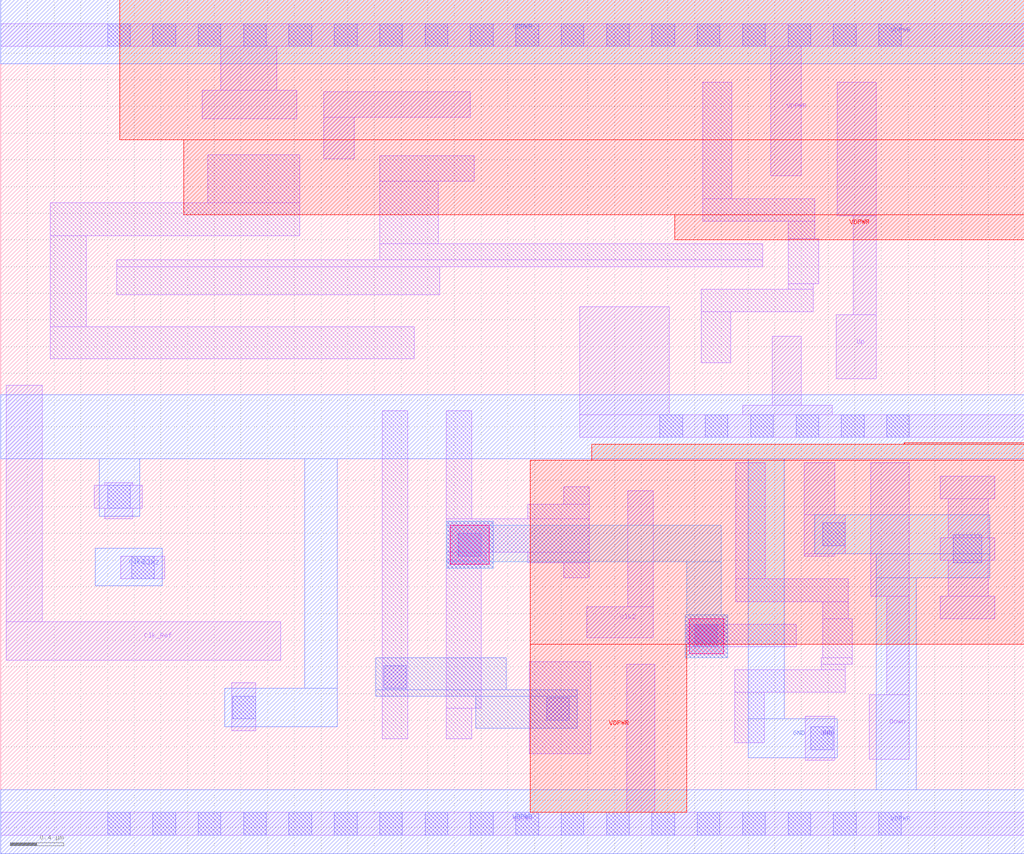
<source format=lef>
VERSION 5.7 ;
  NOWIREEXTENSIONATPIN ON ;
  DIVIDERCHAR "/" ;
  BUSBITCHARS "[]" ;
MACRO PFD
  CLASS CORE ;
  FOREIGN PFD ;
  ORIGIN 0.000 0.000 ;
  SIZE 7.670 BY 6.400 ;
  SITE unithddb1 ;
  PIN Clk_Ref
    DIRECTION INPUT ;
    USE SIGNAL ;
    ANTENNAGATEAREA 0.879000 ;
    ANTENNADIFFAREA 0.214500 ;
    PORT
      LAYER li1 ;
        RECT 2.420 5.520 3.520 5.710 ;
        RECT 2.420 5.210 2.650 5.520 ;
        RECT 0.040 1.740 0.310 3.510 ;
        RECT 0.040 1.450 2.100 1.740 ;
    END
  END Clk_Ref
  PIN Up
    DIRECTION OUTPUT ;
    USE SIGNAL ;
    ANTENNADIFFAREA 0.427200 ;
    PORT
      LAYER li1 ;
        RECT 6.270 4.780 6.560 5.780 ;
        RECT 6.390 4.040 6.560 4.780 ;
        RECT 6.260 3.560 6.560 4.040 ;
    END
  END Up
  PIN Down
    DIRECTION OUTPUT ;
    USE SIGNAL ;
    ANTENNADIFFAREA 0.427200 ;
    PORT
      LAYER li1 ;
        RECT 6.520 1.930 6.810 2.930 ;
        RECT 6.640 1.190 6.810 1.930 ;
        RECT 6.510 0.710 6.810 1.190 ;
    END
  END Down
  PIN Clk2
    DIRECTION INPUT ;
    USE SIGNAL ;
    ANTENNAGATEAREA 0.879000 ;
    ANTENNADIFFAREA 0.214500 ;
    PORT
      LAYER li1 ;
        RECT 0.900 2.060 1.230 2.230 ;
        RECT 4.700 1.850 4.890 2.720 ;
        RECT 4.390 1.620 4.890 1.850 ;
      LAYER mcon ;
        RECT 0.980 2.060 1.150 2.230 ;
      LAYER met1 ;
        RECT 0.710 2.010 1.210 2.290 ;
    END
  END Clk2
  PIN GND
    DIRECTION INOUT ;
    USE GROUND ;
    PORT
      LAYER li1 ;
        RECT 4.340 3.290 5.010 4.100 ;
        RECT 5.780 3.360 6.000 3.880 ;
        RECT 5.560 3.290 6.230 3.360 ;
        RECT 4.340 3.120 7.670 3.290 ;
        RECT 0.780 2.760 0.990 2.780 ;
        RECT 0.700 2.590 1.060 2.760 ;
        RECT 0.780 2.510 0.990 2.590 ;
        RECT 1.730 0.920 1.910 1.280 ;
        RECT 6.030 0.700 6.250 1.030 ;
      LAYER mcon ;
        RECT 4.940 3.120 5.110 3.290 ;
        RECT 5.280 3.120 5.450 3.290 ;
        RECT 5.620 3.120 5.790 3.290 ;
        RECT 5.960 3.120 6.130 3.290 ;
        RECT 6.300 3.120 6.470 3.290 ;
        RECT 6.640 3.120 6.810 3.290 ;
        RECT 0.800 2.590 0.970 2.760 ;
        RECT 1.740 1.010 1.910 1.180 ;
        RECT 6.070 0.780 6.240 0.950 ;
      LAYER met1 ;
        RECT 0.000 2.960 7.670 3.440 ;
        RECT 0.740 2.530 1.040 2.960 ;
        RECT 2.280 1.240 2.520 2.960 ;
        RECT 1.680 0.950 2.520 1.240 ;
        RECT 5.600 1.010 5.870 2.960 ;
        RECT 5.600 0.720 6.270 1.010 ;
    END
  END GND
  PIN VDPWR
    DIRECTION INOUT ;
    USE POWER ;
    PORT
      LAYER nwell ;
        RECT 0.890 5.350 7.670 6.400 ;
        RECT 1.370 4.790 7.670 5.350 ;
        RECT 5.050 4.600 7.670 4.790 ;
      LAYER li1 ;
        RECT 0.000 6.050 7.670 6.220 ;
        RECT 1.650 5.720 2.070 6.050 ;
        RECT 1.510 5.510 2.220 5.720 ;
        RECT 5.770 5.080 6.000 6.050 ;
      LAYER mcon ;
        RECT 0.800 6.050 0.970 6.220 ;
        RECT 1.140 6.050 1.310 6.220 ;
        RECT 1.480 6.050 1.650 6.220 ;
        RECT 1.820 6.050 1.990 6.220 ;
        RECT 2.160 6.050 2.330 6.220 ;
        RECT 2.500 6.050 2.670 6.220 ;
        RECT 2.840 6.050 3.010 6.220 ;
        RECT 3.180 6.050 3.350 6.220 ;
        RECT 3.520 6.050 3.690 6.220 ;
        RECT 3.860 6.050 4.030 6.220 ;
        RECT 4.200 6.050 4.370 6.220 ;
        RECT 4.540 6.050 4.710 6.220 ;
        RECT 4.880 6.050 5.050 6.220 ;
        RECT 5.220 6.050 5.390 6.220 ;
        RECT 5.560 6.050 5.730 6.220 ;
        RECT 5.900 6.050 6.070 6.220 ;
        RECT 6.240 6.050 6.410 6.220 ;
        RECT 6.580 6.050 6.750 6.220 ;
      LAYER met1 ;
        RECT 0.000 5.920 7.670 6.400 ;
    END
    PORT
      LAYER nwell ;
        RECT 6.770 3.070 7.670 3.080 ;
        RECT 4.430 2.950 7.670 3.070 ;
        RECT 3.970 1.570 7.670 2.950 ;
        RECT 3.970 0.310 5.140 1.570 ;
      LAYER li1 ;
        RECT 6.020 2.540 6.250 2.930 ;
        RECT 7.040 2.660 7.450 2.830 ;
        RECT 6.020 2.250 6.330 2.540 ;
        RECT 7.100 2.370 7.400 2.660 ;
        RECT 6.020 2.230 6.250 2.250 ;
        RECT 7.040 2.200 7.450 2.370 ;
        RECT 7.100 1.930 7.400 2.200 ;
        RECT 7.040 1.760 7.450 1.930 ;
        RECT 4.690 0.310 4.900 1.420 ;
        RECT 0.000 0.140 7.670 0.310 ;
      LAYER mcon ;
        RECT 6.160 2.310 6.330 2.480 ;
        RECT 7.140 2.180 7.350 2.390 ;
        RECT 0.800 0.140 0.970 0.310 ;
        RECT 1.140 0.140 1.310 0.310 ;
        RECT 1.480 0.140 1.650 0.310 ;
        RECT 1.820 0.140 1.990 0.310 ;
        RECT 2.160 0.140 2.330 0.310 ;
        RECT 2.500 0.140 2.670 0.310 ;
        RECT 2.840 0.140 3.010 0.310 ;
        RECT 3.180 0.140 3.350 0.310 ;
        RECT 3.520 0.140 3.690 0.310 ;
        RECT 3.860 0.140 4.030 0.310 ;
        RECT 4.200 0.140 4.370 0.310 ;
        RECT 4.540 0.140 4.710 0.310 ;
        RECT 4.880 0.140 5.050 0.310 ;
        RECT 5.220 0.140 5.390 0.310 ;
        RECT 5.560 0.140 5.730 0.310 ;
        RECT 5.900 0.140 6.070 0.310 ;
        RECT 6.240 0.140 6.410 0.310 ;
        RECT 6.580 0.140 6.750 0.310 ;
      LAYER met1 ;
        RECT 6.100 2.250 7.410 2.540 ;
        RECT 6.560 2.070 7.410 2.250 ;
        RECT 6.560 0.480 6.860 2.070 ;
        RECT 0.000 0.000 7.670 0.480 ;
    END
  END VDPWR
  OBS
      LAYER li1 ;
        RECT 1.550 4.880 2.240 5.240 ;
        RECT 0.370 4.630 2.240 4.880 ;
        RECT 2.840 5.040 3.550 5.230 ;
        RECT 0.370 3.950 0.640 4.630 ;
        RECT 2.840 4.570 3.280 5.040 ;
        RECT 5.260 4.910 5.480 5.780 ;
        RECT 5.260 4.740 6.100 4.910 ;
        RECT 5.900 4.610 6.100 4.740 ;
        RECT 2.840 4.450 5.710 4.570 ;
        RECT 0.870 4.400 5.710 4.450 ;
        RECT 0.870 4.190 3.290 4.400 ;
        RECT 5.900 4.270 6.130 4.610 ;
        RECT 5.900 4.230 6.090 4.270 ;
        RECT 5.250 4.060 6.090 4.230 ;
        RECT 0.370 3.710 3.100 3.950 ;
        RECT 5.250 3.680 5.470 4.060 ;
        RECT 2.860 0.860 3.050 3.320 ;
        RECT 3.340 2.510 3.530 3.320 ;
        RECT 4.220 2.620 4.410 2.750 ;
        RECT 3.950 2.510 4.410 2.620 ;
        RECT 3.340 2.260 4.410 2.510 ;
        RECT 3.340 2.200 3.640 2.260 ;
        RECT 3.340 1.090 3.600 2.200 ;
        RECT 3.950 2.180 4.410 2.260 ;
        RECT 4.220 2.070 4.410 2.180 ;
        RECT 5.510 2.060 5.730 2.930 ;
        RECT 5.510 1.890 6.350 2.060 ;
        RECT 6.160 1.760 6.350 1.890 ;
        RECT 5.140 1.550 5.960 1.720 ;
        RECT 6.160 1.470 6.380 1.760 ;
        RECT 3.340 0.860 3.530 1.090 ;
        RECT 3.960 0.750 4.420 1.440 ;
        RECT 6.150 1.420 6.380 1.470 ;
        RECT 6.150 1.380 6.330 1.420 ;
        RECT 5.500 1.210 6.330 1.380 ;
        RECT 5.500 0.830 5.720 1.210 ;
      LAYER mcon ;
        RECT 2.870 1.240 3.040 1.410 ;
        RECT 3.430 2.230 3.600 2.400 ;
        RECT 5.200 1.550 5.370 1.720 ;
        RECT 4.090 1.000 4.260 1.170 ;
      LAYER met1 ;
        RECT 3.340 2.140 3.690 2.490 ;
        RECT 5.130 1.470 5.450 1.790 ;
        RECT 2.810 1.230 3.790 1.470 ;
        RECT 2.810 1.180 4.320 1.230 ;
        RECT 3.560 0.940 4.320 1.180 ;
      LAYER via ;
        RECT 3.370 2.170 3.660 2.460 ;
        RECT 5.160 1.500 5.420 1.760 ;
      LAYER met2 ;
        RECT 3.340 2.460 3.690 2.490 ;
        RECT 3.340 2.190 5.400 2.460 ;
        RECT 3.340 2.140 3.690 2.190 ;
        RECT 5.140 1.790 5.400 2.190 ;
        RECT 5.130 1.470 5.450 1.790 ;
  END
END PFD
END LIBRARY


</source>
